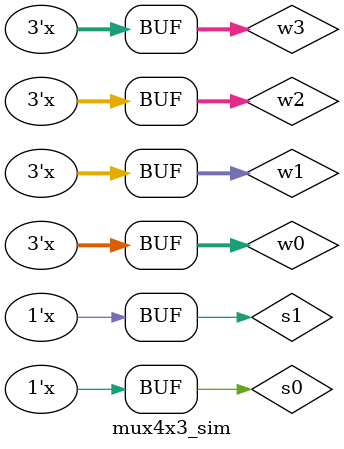
<source format=v>
`timescale 1ns / 1ps


module mux4x3_sim();
    reg [2:0]w0=0;
    reg [2:0]w1=0;
    reg [2:0]w2=0;
    reg [2:0]w3=0;
    reg s0=0;
    reg s1=0;
    wire [2:0] f;
    mux4x3 utt(w0,w1,w2,w3,s0,s1,f);    //¼ÇµÃÊµÀý»¯Ä£¿é
    always #5 w0=w0+1;
    always #10 w1=w1+1;
    always #15 w2=w2+1;
    always #20 w3=w3+1;
    always #25 s0=s0+1;
    always #30 s1=s1+1;

endmodule

</source>
